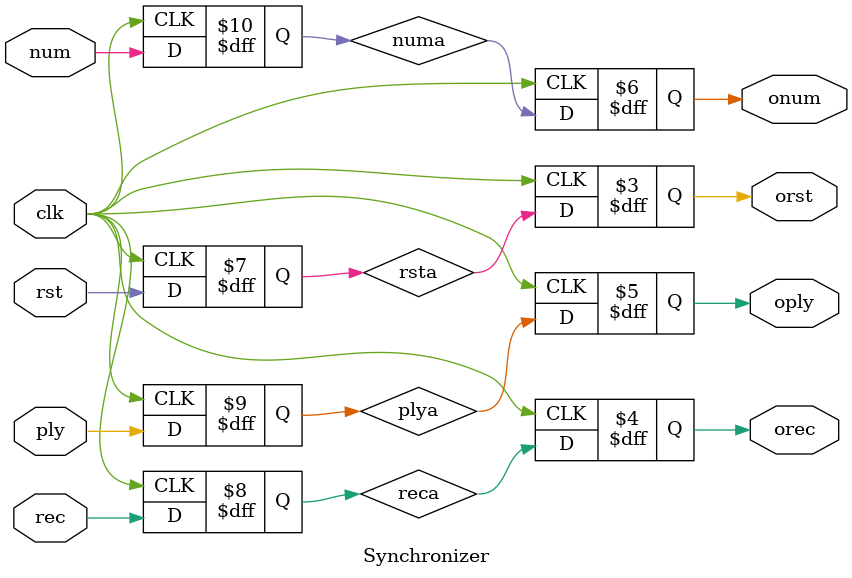
<source format=sv>
`timescale 1ns / 1ps


module Synchronizer(
input clk,
input logic rst,
input logic rec,
input logic ply,
input logic num,
output logic orst,
output logic orec,
output logic oply,
output logic onum
    );
    logic rsta;
    logic reca;
    logic plya;
    logic numa;

    always_ff @ (posedge clk)
    begin
        rsta<=rst;
        reca<=rec;
        plya<=ply;
        numa<=num;

    end  
    always_ff @ (posedge clk)
    begin
        orst<=rsta;
        orec<=reca;
        oply<=plya;
        onum<=numa;

    end
endmodule

</source>
